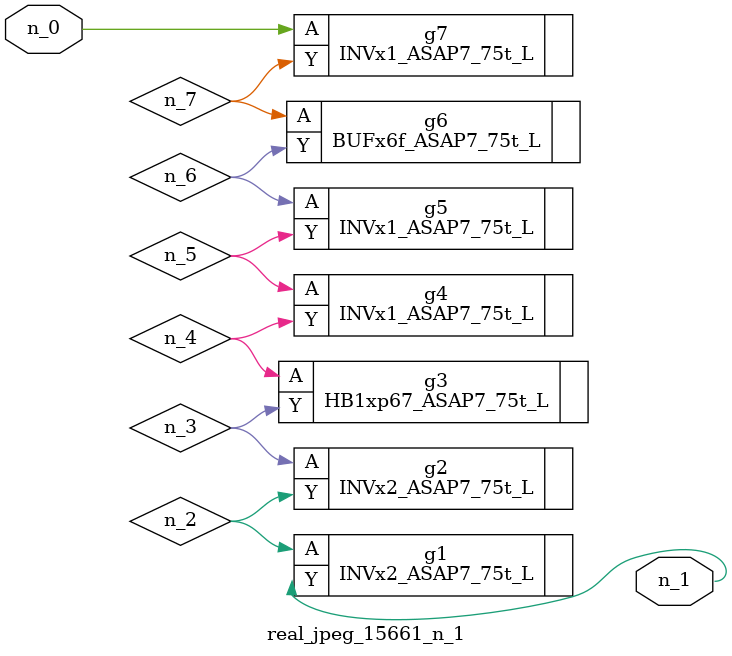
<source format=v>
module real_jpeg_15661_n_1 (n_0, n_1);

input n_0;

output n_1;

wire n_5;
wire n_4;
wire n_2;
wire n_6;
wire n_7;
wire n_3;

INVx1_ASAP7_75t_L g7 ( 
.A(n_0),
.Y(n_7)
);

INVx2_ASAP7_75t_L g1 ( 
.A(n_2),
.Y(n_1)
);

INVx2_ASAP7_75t_L g2 ( 
.A(n_3),
.Y(n_2)
);

HB1xp67_ASAP7_75t_L g3 ( 
.A(n_4),
.Y(n_3)
);

INVx1_ASAP7_75t_L g4 ( 
.A(n_5),
.Y(n_4)
);

INVx1_ASAP7_75t_L g5 ( 
.A(n_6),
.Y(n_5)
);

BUFx6f_ASAP7_75t_L g6 ( 
.A(n_7),
.Y(n_6)
);


endmodule
</source>
